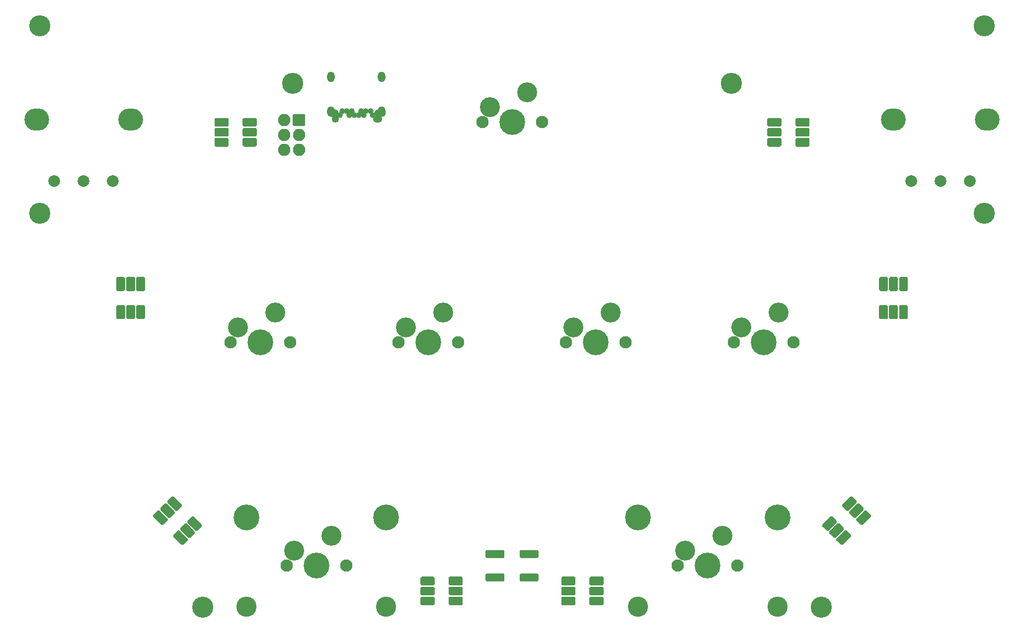
<source format=gts>
G04 #@! TF.GenerationSoftware,KiCad,Pcbnew,(5.1.10)-1*
G04 #@! TF.CreationDate,2021-06-02T00:04:46-04:00*
G04 #@! TF.ProjectId,PocketVoltex,506f636b-6574-4566-9f6c-7465782e6b69,7*
G04 #@! TF.SameCoordinates,Original*
G04 #@! TF.FileFunction,Soldermask,Top*
G04 #@! TF.FilePolarity,Negative*
%FSLAX46Y46*%
G04 Gerber Fmt 4.6, Leading zero omitted, Abs format (unit mm)*
G04 Created by KiCad (PCBNEW (5.1.10)-1) date 2021-06-02 00:04:46*
%MOMM*%
%LPD*%
G01*
G04 APERTURE LIST*
%ADD10O,2.100000X2.100000*%
%ADD11C,3.600000*%
%ADD12C,2.000000*%
%ADD13O,4.200000X3.800000*%
%ADD14C,4.400000*%
%ADD15C,2.100000*%
%ADD16C,3.450000*%
%ADD17C,3.400000*%
%ADD18C,1.250000*%
%ADD19O,1.550000X1.250000*%
%ADD20O,1.300000X1.800000*%
%ADD21O,1.950000X1.300000*%
%ADD22C,1.000000*%
G04 APERTURE END LIST*
G36*
G01*
X165800000Y-145050000D02*
X163800000Y-145050000D01*
G75*
G02*
X163600000Y-144850000I0J200000D01*
G01*
X163600000Y-143750000D01*
G75*
G02*
X163800000Y-143550000I200000J0D01*
G01*
X165800000Y-143550000D01*
G75*
G02*
X166000000Y-143750000I0J-200000D01*
G01*
X166000000Y-144850000D01*
G75*
G02*
X165800000Y-145050000I-200000J0D01*
G01*
G37*
G36*
G01*
X165800000Y-146750000D02*
X163800000Y-146750000D01*
G75*
G02*
X163600000Y-146550000I0J200000D01*
G01*
X163600000Y-145450000D01*
G75*
G02*
X163800000Y-145250000I200000J0D01*
G01*
X165800000Y-145250000D01*
G75*
G02*
X166000000Y-145450000I0J-200000D01*
G01*
X166000000Y-146550000D01*
G75*
G02*
X165800000Y-146750000I-200000J0D01*
G01*
G37*
G36*
G01*
X165800000Y-148450000D02*
X163800000Y-148450000D01*
G75*
G02*
X163600000Y-148250000I0J200000D01*
G01*
X163600000Y-147150000D01*
G75*
G02*
X163800000Y-146950000I200000J0D01*
G01*
X165800000Y-146950000D01*
G75*
G02*
X166000000Y-147150000I0J-200000D01*
G01*
X166000000Y-148250000D01*
G75*
G02*
X165800000Y-148450000I-200000J0D01*
G01*
G37*
G36*
G01*
X170600000Y-148450000D02*
X168600000Y-148450000D01*
G75*
G02*
X168400000Y-148250000I0J200000D01*
G01*
X168400000Y-147150000D01*
G75*
G02*
X168600000Y-146950000I200000J0D01*
G01*
X170600000Y-146950000D01*
G75*
G02*
X170800000Y-147150000I0J-200000D01*
G01*
X170800000Y-148250000D01*
G75*
G02*
X170600000Y-148450000I-200000J0D01*
G01*
G37*
G36*
G01*
X170600000Y-146750000D02*
X168600000Y-146750000D01*
G75*
G02*
X168400000Y-146550000I0J200000D01*
G01*
X168400000Y-145450000D01*
G75*
G02*
X168600000Y-145250000I200000J0D01*
G01*
X170600000Y-145250000D01*
G75*
G02*
X170800000Y-145450000I0J-200000D01*
G01*
X170800000Y-146550000D01*
G75*
G02*
X170600000Y-146750000I-200000J0D01*
G01*
G37*
G36*
G01*
X170600000Y-145050000D02*
X168600000Y-145050000D01*
G75*
G02*
X168400000Y-144850000I0J200000D01*
G01*
X168400000Y-143750000D01*
G75*
G02*
X168600000Y-143550000I200000J0D01*
G01*
X170600000Y-143550000D01*
G75*
G02*
X170800000Y-143750000I0J-200000D01*
G01*
X170800000Y-144850000D01*
G75*
G02*
X170600000Y-145050000I-200000J0D01*
G01*
G37*
G36*
G01*
X141800000Y-145050000D02*
X139800000Y-145050000D01*
G75*
G02*
X139600000Y-144850000I0J200000D01*
G01*
X139600000Y-143750000D01*
G75*
G02*
X139800000Y-143550000I200000J0D01*
G01*
X141800000Y-143550000D01*
G75*
G02*
X142000000Y-143750000I0J-200000D01*
G01*
X142000000Y-144850000D01*
G75*
G02*
X141800000Y-145050000I-200000J0D01*
G01*
G37*
G36*
G01*
X141800000Y-146750000D02*
X139800000Y-146750000D01*
G75*
G02*
X139600000Y-146550000I0J200000D01*
G01*
X139600000Y-145450000D01*
G75*
G02*
X139800000Y-145250000I200000J0D01*
G01*
X141800000Y-145250000D01*
G75*
G02*
X142000000Y-145450000I0J-200000D01*
G01*
X142000000Y-146550000D01*
G75*
G02*
X141800000Y-146750000I-200000J0D01*
G01*
G37*
G36*
G01*
X141800000Y-148450000D02*
X139800000Y-148450000D01*
G75*
G02*
X139600000Y-148250000I0J200000D01*
G01*
X139600000Y-147150000D01*
G75*
G02*
X139800000Y-146950000I200000J0D01*
G01*
X141800000Y-146950000D01*
G75*
G02*
X142000000Y-147150000I0J-200000D01*
G01*
X142000000Y-148250000D01*
G75*
G02*
X141800000Y-148450000I-200000J0D01*
G01*
G37*
G36*
G01*
X146600000Y-148450000D02*
X144600000Y-148450000D01*
G75*
G02*
X144400000Y-148250000I0J200000D01*
G01*
X144400000Y-147150000D01*
G75*
G02*
X144600000Y-146950000I200000J0D01*
G01*
X146600000Y-146950000D01*
G75*
G02*
X146800000Y-147150000I0J-200000D01*
G01*
X146800000Y-148250000D01*
G75*
G02*
X146600000Y-148450000I-200000J0D01*
G01*
G37*
G36*
G01*
X146600000Y-146750000D02*
X144600000Y-146750000D01*
G75*
G02*
X144400000Y-146550000I0J200000D01*
G01*
X144400000Y-145450000D01*
G75*
G02*
X144600000Y-145250000I200000J0D01*
G01*
X146600000Y-145250000D01*
G75*
G02*
X146800000Y-145450000I0J-200000D01*
G01*
X146800000Y-146550000D01*
G75*
G02*
X146600000Y-146750000I-200000J0D01*
G01*
G37*
G36*
G01*
X146600000Y-145050000D02*
X144600000Y-145050000D01*
G75*
G02*
X144400000Y-144850000I0J200000D01*
G01*
X144400000Y-143750000D01*
G75*
G02*
X144600000Y-143550000I200000J0D01*
G01*
X146600000Y-143550000D01*
G75*
G02*
X146800000Y-143750000I0J-200000D01*
G01*
X146800000Y-144850000D01*
G75*
G02*
X146600000Y-145050000I-200000J0D01*
G01*
G37*
G36*
G01*
X210538299Y-134318198D02*
X209124085Y-135732412D01*
G75*
G02*
X208841243Y-135732412I-141421J141421D01*
G01*
X208063425Y-134954594D01*
G75*
G02*
X208063425Y-134671752I141421J141421D01*
G01*
X209477639Y-133257538D01*
G75*
G02*
X209760481Y-133257538I141421J-141421D01*
G01*
X210538299Y-134035356D01*
G75*
G02*
X210538299Y-134318198I-141421J-141421D01*
G01*
G37*
G36*
G01*
X211740381Y-135520279D02*
X210326167Y-136934493D01*
G75*
G02*
X210043325Y-136934493I-141421J141421D01*
G01*
X209265507Y-136156675D01*
G75*
G02*
X209265507Y-135873833I141421J141421D01*
G01*
X210679721Y-134459619D01*
G75*
G02*
X210962563Y-134459619I141421J-141421D01*
G01*
X211740381Y-135237437D01*
G75*
G02*
X211740381Y-135520279I-141421J-141421D01*
G01*
G37*
G36*
G01*
X212942462Y-136722361D02*
X211528248Y-138136575D01*
G75*
G02*
X211245406Y-138136575I-141421J141421D01*
G01*
X210467588Y-137358757D01*
G75*
G02*
X210467588Y-137075915I141421J141421D01*
G01*
X211881802Y-135661701D01*
G75*
G02*
X212164644Y-135661701I141421J-141421D01*
G01*
X212942462Y-136439519D01*
G75*
G02*
X212942462Y-136722361I-141421J-141421D01*
G01*
G37*
G36*
G01*
X216336575Y-133328248D02*
X214922361Y-134742462D01*
G75*
G02*
X214639519Y-134742462I-141421J141421D01*
G01*
X213861701Y-133964644D01*
G75*
G02*
X213861701Y-133681802I141421J141421D01*
G01*
X215275915Y-132267588D01*
G75*
G02*
X215558757Y-132267588I141421J-141421D01*
G01*
X216336575Y-133045406D01*
G75*
G02*
X216336575Y-133328248I-141421J-141421D01*
G01*
G37*
G36*
G01*
X215134493Y-132126167D02*
X213720279Y-133540381D01*
G75*
G02*
X213437437Y-133540381I-141421J141421D01*
G01*
X212659619Y-132762563D01*
G75*
G02*
X212659619Y-132479721I141421J141421D01*
G01*
X214073833Y-131065507D01*
G75*
G02*
X214356675Y-131065507I141421J-141421D01*
G01*
X215134493Y-131843325D01*
G75*
G02*
X215134493Y-132126167I-141421J-141421D01*
G01*
G37*
G36*
G01*
X213932412Y-130924085D02*
X212518198Y-132338299D01*
G75*
G02*
X212235356Y-132338299I-141421J141421D01*
G01*
X211457538Y-131560481D01*
G75*
G02*
X211457538Y-131277639I141421J141421D01*
G01*
X212871752Y-129863425D01*
G75*
G02*
X213154594Y-129863425I141421J-141421D01*
G01*
X213932412Y-130641243D01*
G75*
G02*
X213932412Y-130924085I-141421J-141421D01*
G01*
G37*
G36*
G01*
X97881802Y-132338299D02*
X96467588Y-130924085D01*
G75*
G02*
X96467588Y-130641243I141421J141421D01*
G01*
X97245406Y-129863425D01*
G75*
G02*
X97528248Y-129863425I141421J-141421D01*
G01*
X98942462Y-131277639D01*
G75*
G02*
X98942462Y-131560481I-141421J-141421D01*
G01*
X98164644Y-132338299D01*
G75*
G02*
X97881802Y-132338299I-141421J141421D01*
G01*
G37*
G36*
G01*
X96679721Y-133540381D02*
X95265507Y-132126167D01*
G75*
G02*
X95265507Y-131843325I141421J141421D01*
G01*
X96043325Y-131065507D01*
G75*
G02*
X96326167Y-131065507I141421J-141421D01*
G01*
X97740381Y-132479721D01*
G75*
G02*
X97740381Y-132762563I-141421J-141421D01*
G01*
X96962563Y-133540381D01*
G75*
G02*
X96679721Y-133540381I-141421J141421D01*
G01*
G37*
G36*
G01*
X95477639Y-134742462D02*
X94063425Y-133328248D01*
G75*
G02*
X94063425Y-133045406I141421J141421D01*
G01*
X94841243Y-132267588D01*
G75*
G02*
X95124085Y-132267588I141421J-141421D01*
G01*
X96538299Y-133681802D01*
G75*
G02*
X96538299Y-133964644I-141421J-141421D01*
G01*
X95760481Y-134742462D01*
G75*
G02*
X95477639Y-134742462I-141421J141421D01*
G01*
G37*
G36*
G01*
X98871752Y-138136575D02*
X97457538Y-136722361D01*
G75*
G02*
X97457538Y-136439519I141421J141421D01*
G01*
X98235356Y-135661701D01*
G75*
G02*
X98518198Y-135661701I141421J-141421D01*
G01*
X99932412Y-137075915D01*
G75*
G02*
X99932412Y-137358757I-141421J-141421D01*
G01*
X99154594Y-138136575D01*
G75*
G02*
X98871752Y-138136575I-141421J141421D01*
G01*
G37*
G36*
G01*
X100073833Y-136934493D02*
X98659619Y-135520279D01*
G75*
G02*
X98659619Y-135237437I141421J141421D01*
G01*
X99437437Y-134459619D01*
G75*
G02*
X99720279Y-134459619I141421J-141421D01*
G01*
X101134493Y-135873833D01*
G75*
G02*
X101134493Y-136156675I-141421J-141421D01*
G01*
X100356675Y-136934493D01*
G75*
G02*
X100073833Y-136934493I-141421J141421D01*
G01*
G37*
G36*
G01*
X101275915Y-135732412D02*
X99861701Y-134318198D01*
G75*
G02*
X99861701Y-134035356I141421J141421D01*
G01*
X100639519Y-133257538D01*
G75*
G02*
X100922361Y-133257538I141421J-141421D01*
G01*
X102336575Y-134671752D01*
G75*
G02*
X102336575Y-134954594I-141421J-141421D01*
G01*
X101558757Y-135732412D01*
G75*
G02*
X101275915Y-135732412I-141421J141421D01*
G01*
G37*
G36*
G01*
X219250000Y-97400000D02*
X219250000Y-99400000D01*
G75*
G02*
X219050000Y-99600000I-200000J0D01*
G01*
X217950000Y-99600000D01*
G75*
G02*
X217750000Y-99400000I0J200000D01*
G01*
X217750000Y-97400000D01*
G75*
G02*
X217950000Y-97200000I200000J0D01*
G01*
X219050000Y-97200000D01*
G75*
G02*
X219250000Y-97400000I0J-200000D01*
G01*
G37*
G36*
G01*
X220950000Y-97400000D02*
X220950000Y-99400000D01*
G75*
G02*
X220750000Y-99600000I-200000J0D01*
G01*
X219650000Y-99600000D01*
G75*
G02*
X219450000Y-99400000I0J200000D01*
G01*
X219450000Y-97400000D01*
G75*
G02*
X219650000Y-97200000I200000J0D01*
G01*
X220750000Y-97200000D01*
G75*
G02*
X220950000Y-97400000I0J-200000D01*
G01*
G37*
G36*
G01*
X222650000Y-97400000D02*
X222650000Y-99400000D01*
G75*
G02*
X222450000Y-99600000I-200000J0D01*
G01*
X221350000Y-99600000D01*
G75*
G02*
X221150000Y-99400000I0J200000D01*
G01*
X221150000Y-97400000D01*
G75*
G02*
X221350000Y-97200000I200000J0D01*
G01*
X222450000Y-97200000D01*
G75*
G02*
X222650000Y-97400000I0J-200000D01*
G01*
G37*
G36*
G01*
X222650000Y-92600000D02*
X222650000Y-94600000D01*
G75*
G02*
X222450000Y-94800000I-200000J0D01*
G01*
X221350000Y-94800000D01*
G75*
G02*
X221150000Y-94600000I0J200000D01*
G01*
X221150000Y-92600000D01*
G75*
G02*
X221350000Y-92400000I200000J0D01*
G01*
X222450000Y-92400000D01*
G75*
G02*
X222650000Y-92600000I0J-200000D01*
G01*
G37*
G36*
G01*
X220950000Y-92600000D02*
X220950000Y-94600000D01*
G75*
G02*
X220750000Y-94800000I-200000J0D01*
G01*
X219650000Y-94800000D01*
G75*
G02*
X219450000Y-94600000I0J200000D01*
G01*
X219450000Y-92600000D01*
G75*
G02*
X219650000Y-92400000I200000J0D01*
G01*
X220750000Y-92400000D01*
G75*
G02*
X220950000Y-92600000I0J-200000D01*
G01*
G37*
G36*
G01*
X219250000Y-92600000D02*
X219250000Y-94600000D01*
G75*
G02*
X219050000Y-94800000I-200000J0D01*
G01*
X217950000Y-94800000D01*
G75*
G02*
X217750000Y-94600000I0J200000D01*
G01*
X217750000Y-92600000D01*
G75*
G02*
X217950000Y-92400000I200000J0D01*
G01*
X219050000Y-92400000D01*
G75*
G02*
X219250000Y-92600000I0J-200000D01*
G01*
G37*
G36*
G01*
X91150000Y-94600000D02*
X91150000Y-92600000D01*
G75*
G02*
X91350000Y-92400000I200000J0D01*
G01*
X92450000Y-92400000D01*
G75*
G02*
X92650000Y-92600000I0J-200000D01*
G01*
X92650000Y-94600000D01*
G75*
G02*
X92450000Y-94800000I-200000J0D01*
G01*
X91350000Y-94800000D01*
G75*
G02*
X91150000Y-94600000I0J200000D01*
G01*
G37*
G36*
G01*
X89450000Y-94600000D02*
X89450000Y-92600000D01*
G75*
G02*
X89650000Y-92400000I200000J0D01*
G01*
X90750000Y-92400000D01*
G75*
G02*
X90950000Y-92600000I0J-200000D01*
G01*
X90950000Y-94600000D01*
G75*
G02*
X90750000Y-94800000I-200000J0D01*
G01*
X89650000Y-94800000D01*
G75*
G02*
X89450000Y-94600000I0J200000D01*
G01*
G37*
G36*
G01*
X87750000Y-94600000D02*
X87750000Y-92600000D01*
G75*
G02*
X87950000Y-92400000I200000J0D01*
G01*
X89050000Y-92400000D01*
G75*
G02*
X89250000Y-92600000I0J-200000D01*
G01*
X89250000Y-94600000D01*
G75*
G02*
X89050000Y-94800000I-200000J0D01*
G01*
X87950000Y-94800000D01*
G75*
G02*
X87750000Y-94600000I0J200000D01*
G01*
G37*
G36*
G01*
X87750000Y-99400000D02*
X87750000Y-97400000D01*
G75*
G02*
X87950000Y-97200000I200000J0D01*
G01*
X89050000Y-97200000D01*
G75*
G02*
X89250000Y-97400000I0J-200000D01*
G01*
X89250000Y-99400000D01*
G75*
G02*
X89050000Y-99600000I-200000J0D01*
G01*
X87950000Y-99600000D01*
G75*
G02*
X87750000Y-99400000I0J200000D01*
G01*
G37*
G36*
G01*
X89450000Y-99400000D02*
X89450000Y-97400000D01*
G75*
G02*
X89650000Y-97200000I200000J0D01*
G01*
X90750000Y-97200000D01*
G75*
G02*
X90950000Y-97400000I0J-200000D01*
G01*
X90950000Y-99400000D01*
G75*
G02*
X90750000Y-99600000I-200000J0D01*
G01*
X89650000Y-99600000D01*
G75*
G02*
X89450000Y-99400000I0J200000D01*
G01*
G37*
G36*
G01*
X91150000Y-99400000D02*
X91150000Y-97400000D01*
G75*
G02*
X91350000Y-97200000I200000J0D01*
G01*
X92450000Y-97200000D01*
G75*
G02*
X92650000Y-97400000I0J-200000D01*
G01*
X92650000Y-99400000D01*
G75*
G02*
X92450000Y-99600000I-200000J0D01*
G01*
X91350000Y-99600000D01*
G75*
G02*
X91150000Y-99400000I0J200000D01*
G01*
G37*
G36*
G01*
X203700000Y-68650000D02*
X205700000Y-68650000D01*
G75*
G02*
X205900000Y-68850000I0J-200000D01*
G01*
X205900000Y-69950000D01*
G75*
G02*
X205700000Y-70150000I-200000J0D01*
G01*
X203700000Y-70150000D01*
G75*
G02*
X203500000Y-69950000I0J200000D01*
G01*
X203500000Y-68850000D01*
G75*
G02*
X203700000Y-68650000I200000J0D01*
G01*
G37*
G36*
G01*
X203700000Y-66950000D02*
X205700000Y-66950000D01*
G75*
G02*
X205900000Y-67150000I0J-200000D01*
G01*
X205900000Y-68250000D01*
G75*
G02*
X205700000Y-68450000I-200000J0D01*
G01*
X203700000Y-68450000D01*
G75*
G02*
X203500000Y-68250000I0J200000D01*
G01*
X203500000Y-67150000D01*
G75*
G02*
X203700000Y-66950000I200000J0D01*
G01*
G37*
G36*
G01*
X203700000Y-65250000D02*
X205700000Y-65250000D01*
G75*
G02*
X205900000Y-65450000I0J-200000D01*
G01*
X205900000Y-66550000D01*
G75*
G02*
X205700000Y-66750000I-200000J0D01*
G01*
X203700000Y-66750000D01*
G75*
G02*
X203500000Y-66550000I0J200000D01*
G01*
X203500000Y-65450000D01*
G75*
G02*
X203700000Y-65250000I200000J0D01*
G01*
G37*
G36*
G01*
X198900000Y-65250000D02*
X200900000Y-65250000D01*
G75*
G02*
X201100000Y-65450000I0J-200000D01*
G01*
X201100000Y-66550000D01*
G75*
G02*
X200900000Y-66750000I-200000J0D01*
G01*
X198900000Y-66750000D01*
G75*
G02*
X198700000Y-66550000I0J200000D01*
G01*
X198700000Y-65450000D01*
G75*
G02*
X198900000Y-65250000I200000J0D01*
G01*
G37*
G36*
G01*
X198900000Y-66950000D02*
X200900000Y-66950000D01*
G75*
G02*
X201100000Y-67150000I0J-200000D01*
G01*
X201100000Y-68250000D01*
G75*
G02*
X200900000Y-68450000I-200000J0D01*
G01*
X198900000Y-68450000D01*
G75*
G02*
X198700000Y-68250000I0J200000D01*
G01*
X198700000Y-67150000D01*
G75*
G02*
X198900000Y-66950000I200000J0D01*
G01*
G37*
G36*
G01*
X198900000Y-68650000D02*
X200900000Y-68650000D01*
G75*
G02*
X201100000Y-68850000I0J-200000D01*
G01*
X201100000Y-69950000D01*
G75*
G02*
X200900000Y-70150000I-200000J0D01*
G01*
X198900000Y-70150000D01*
G75*
G02*
X198700000Y-69950000I0J200000D01*
G01*
X198700000Y-68850000D01*
G75*
G02*
X198900000Y-68650000I200000J0D01*
G01*
G37*
G36*
G01*
X109500000Y-68650000D02*
X111500000Y-68650000D01*
G75*
G02*
X111700000Y-68850000I0J-200000D01*
G01*
X111700000Y-69950000D01*
G75*
G02*
X111500000Y-70150000I-200000J0D01*
G01*
X109500000Y-70150000D01*
G75*
G02*
X109300000Y-69950000I0J200000D01*
G01*
X109300000Y-68850000D01*
G75*
G02*
X109500000Y-68650000I200000J0D01*
G01*
G37*
G36*
G01*
X109500000Y-66950000D02*
X111500000Y-66950000D01*
G75*
G02*
X111700000Y-67150000I0J-200000D01*
G01*
X111700000Y-68250000D01*
G75*
G02*
X111500000Y-68450000I-200000J0D01*
G01*
X109500000Y-68450000D01*
G75*
G02*
X109300000Y-68250000I0J200000D01*
G01*
X109300000Y-67150000D01*
G75*
G02*
X109500000Y-66950000I200000J0D01*
G01*
G37*
G36*
G01*
X109500000Y-65250000D02*
X111500000Y-65250000D01*
G75*
G02*
X111700000Y-65450000I0J-200000D01*
G01*
X111700000Y-66550000D01*
G75*
G02*
X111500000Y-66750000I-200000J0D01*
G01*
X109500000Y-66750000D01*
G75*
G02*
X109300000Y-66550000I0J200000D01*
G01*
X109300000Y-65450000D01*
G75*
G02*
X109500000Y-65250000I200000J0D01*
G01*
G37*
G36*
G01*
X104700000Y-65250000D02*
X106700000Y-65250000D01*
G75*
G02*
X106900000Y-65450000I0J-200000D01*
G01*
X106900000Y-66550000D01*
G75*
G02*
X106700000Y-66750000I-200000J0D01*
G01*
X104700000Y-66750000D01*
G75*
G02*
X104500000Y-66550000I0J200000D01*
G01*
X104500000Y-65450000D01*
G75*
G02*
X104700000Y-65250000I200000J0D01*
G01*
G37*
G36*
G01*
X104700000Y-66950000D02*
X106700000Y-66950000D01*
G75*
G02*
X106900000Y-67150000I0J-200000D01*
G01*
X106900000Y-68250000D01*
G75*
G02*
X106700000Y-68450000I-200000J0D01*
G01*
X104700000Y-68450000D01*
G75*
G02*
X104500000Y-68250000I0J200000D01*
G01*
X104500000Y-67150000D01*
G75*
G02*
X104700000Y-66950000I200000J0D01*
G01*
G37*
G36*
G01*
X104700000Y-68650000D02*
X106700000Y-68650000D01*
G75*
G02*
X106900000Y-68850000I0J-200000D01*
G01*
X106900000Y-69950000D01*
G75*
G02*
X106700000Y-70150000I-200000J0D01*
G01*
X104700000Y-70150000D01*
G75*
G02*
X104500000Y-69950000I0J200000D01*
G01*
X104500000Y-68850000D01*
G75*
G02*
X104700000Y-68650000I200000J0D01*
G01*
G37*
G36*
G01*
X153900000Y-139192000D02*
X153900000Y-140192000D01*
G75*
G02*
X153700000Y-140392000I-200000J0D01*
G01*
X150900000Y-140392000D01*
G75*
G02*
X150700000Y-140192000I0J200000D01*
G01*
X150700000Y-139192000D01*
G75*
G02*
X150900000Y-138992000I200000J0D01*
G01*
X153700000Y-138992000D01*
G75*
G02*
X153900000Y-139192000I0J-200000D01*
G01*
G37*
G36*
G01*
X159700000Y-139192000D02*
X159700000Y-140192000D01*
G75*
G02*
X159500000Y-140392000I-200000J0D01*
G01*
X156700000Y-140392000D01*
G75*
G02*
X156500000Y-140192000I0J200000D01*
G01*
X156500000Y-139192000D01*
G75*
G02*
X156700000Y-138992000I200000J0D01*
G01*
X159500000Y-138992000D01*
G75*
G02*
X159700000Y-139192000I0J-200000D01*
G01*
G37*
G36*
G01*
X153900000Y-143192000D02*
X153900000Y-144192000D01*
G75*
G02*
X153700000Y-144392000I-200000J0D01*
G01*
X150900000Y-144392000D01*
G75*
G02*
X150700000Y-144192000I0J200000D01*
G01*
X150700000Y-143192000D01*
G75*
G02*
X150900000Y-142992000I200000J0D01*
G01*
X153700000Y-142992000D01*
G75*
G02*
X153900000Y-143192000I0J-200000D01*
G01*
G37*
G36*
G01*
X159700000Y-143192000D02*
X159700000Y-144192000D01*
G75*
G02*
X159500000Y-144392000I-200000J0D01*
G01*
X156700000Y-144392000D01*
G75*
G02*
X156500000Y-144192000I0J200000D01*
G01*
X156500000Y-143192000D01*
G75*
G02*
X156700000Y-142992000I200000J0D01*
G01*
X159500000Y-142992000D01*
G75*
G02*
X159700000Y-143192000I0J-200000D01*
G01*
G37*
G36*
G01*
X119950000Y-64770000D02*
X119950000Y-66470000D01*
G75*
G02*
X119750000Y-66670000I-200000J0D01*
G01*
X118050000Y-66670000D01*
G75*
G02*
X117850000Y-66470000I0J200000D01*
G01*
X117850000Y-64770000D01*
G75*
G02*
X118050000Y-64570000I200000J0D01*
G01*
X119750000Y-64570000D01*
G75*
G02*
X119950000Y-64770000I0J-200000D01*
G01*
G37*
D10*
X116360000Y-65620000D03*
X118900000Y-68160000D03*
X116360000Y-68160000D03*
X118900000Y-70700000D03*
X116360000Y-70700000D03*
D11*
X102468000Y-148792000D03*
D12*
X77200000Y-76000000D03*
X87200000Y-76000000D03*
X82200000Y-76000000D03*
D13*
X90200000Y-65500000D03*
X74200000Y-65500000D03*
D12*
X223200000Y-76000000D03*
X233200000Y-76000000D03*
X228200000Y-76000000D03*
D13*
X236200000Y-65500000D03*
X220200000Y-65500000D03*
D14*
X188537500Y-141692000D03*
D15*
X193617500Y-141692000D03*
X183457500Y-141692000D03*
D14*
X176637500Y-133452000D03*
X200437500Y-133452000D03*
D16*
X200437500Y-148692000D03*
X176637500Y-148692000D03*
D17*
X184727500Y-139152000D03*
X191077500Y-136612000D03*
D14*
X121862500Y-141692000D03*
D15*
X126942500Y-141692000D03*
X116782500Y-141692000D03*
D14*
X109962500Y-133452000D03*
X133762500Y-133452000D03*
D16*
X133762500Y-148692000D03*
X109962500Y-148692000D03*
D17*
X118052500Y-139152000D03*
X124402500Y-136612000D03*
D14*
X198062500Y-103592000D03*
D15*
X203142500Y-103592000D03*
X192982500Y-103592000D03*
D17*
X194252500Y-101052000D03*
X200602500Y-98512000D03*
D14*
X169487500Y-103592000D03*
D15*
X174567500Y-103592000D03*
X164407500Y-103592000D03*
D17*
X165677500Y-101052000D03*
X172027500Y-98512000D03*
D14*
X140912500Y-103592000D03*
D15*
X145992500Y-103592000D03*
X135832500Y-103592000D03*
D17*
X137102500Y-101052000D03*
X143452500Y-98512000D03*
D14*
X112337500Y-103592000D03*
D15*
X117417500Y-103592000D03*
X107257500Y-103592000D03*
D17*
X108527500Y-101052000D03*
X114877500Y-98512000D03*
D14*
X155200000Y-66000000D03*
D15*
X160280000Y-66000000D03*
X150120000Y-66000000D03*
D17*
X151390000Y-63460000D03*
X157740000Y-60920000D03*
D18*
X125080000Y-65450000D03*
D19*
X132280000Y-65450000D03*
D20*
X124350000Y-58250000D03*
X133010000Y-58250000D03*
X124350000Y-64200000D03*
X133010000Y-64200000D03*
D21*
X124675000Y-64450000D03*
D22*
X125880000Y-64800000D03*
X127480000Y-64800000D03*
X128280000Y-64800000D03*
X129080000Y-64800000D03*
X129880000Y-64800000D03*
X131480000Y-64800000D03*
X126280000Y-64100000D03*
X127080000Y-64100000D03*
X127880000Y-64100000D03*
X129480000Y-64100000D03*
X130280000Y-64100000D03*
X131080000Y-64100000D03*
D21*
X132685000Y-64450000D03*
D11*
X207932000Y-148792000D03*
X74700000Y-81500000D03*
X74700000Y-49500000D03*
X117800000Y-59350000D03*
X235700000Y-81500000D03*
X235700000Y-49500000D03*
X192600000Y-59350000D03*
M02*

</source>
